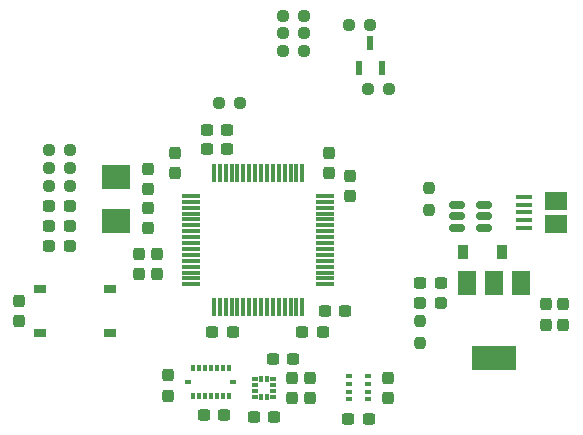
<source format=gbr>
%TF.GenerationSoftware,KiCad,Pcbnew,(6.0.9)*%
%TF.CreationDate,2022-11-01T00:51:48+09:00*%
%TF.ProjectId,STM32-FC,53544d33-322d-4464-932e-6b696361645f,rev?*%
%TF.SameCoordinates,Original*%
%TF.FileFunction,Paste,Top*%
%TF.FilePolarity,Positive*%
%FSLAX46Y46*%
G04 Gerber Fmt 4.6, Leading zero omitted, Abs format (unit mm)*
G04 Created by KiCad (PCBNEW (6.0.9)) date 2022-11-01 00:51:48*
%MOMM*%
%LPD*%
G01*
G04 APERTURE LIST*
G04 Aperture macros list*
%AMRoundRect*
0 Rectangle with rounded corners*
0 $1 Rounding radius*
0 $2 $3 $4 $5 $6 $7 $8 $9 X,Y pos of 4 corners*
0 Add a 4 corners polygon primitive as box body*
4,1,4,$2,$3,$4,$5,$6,$7,$8,$9,$2,$3,0*
0 Add four circle primitives for the rounded corners*
1,1,$1+$1,$2,$3*
1,1,$1+$1,$4,$5*
1,1,$1+$1,$6,$7*
1,1,$1+$1,$8,$9*
0 Add four rect primitives between the rounded corners*
20,1,$1+$1,$2,$3,$4,$5,0*
20,1,$1+$1,$4,$5,$6,$7,0*
20,1,$1+$1,$6,$7,$8,$9,0*
20,1,$1+$1,$8,$9,$2,$3,0*%
G04 Aperture macros list end*
%ADD10RoundRect,0.237500X0.237500X-0.300000X0.237500X0.300000X-0.237500X0.300000X-0.237500X-0.300000X0*%
%ADD11RoundRect,0.237500X0.300000X0.237500X-0.300000X0.237500X-0.300000X-0.237500X0.300000X-0.237500X0*%
%ADD12RoundRect,0.237500X-0.250000X-0.237500X0.250000X-0.237500X0.250000X0.237500X-0.250000X0.237500X0*%
%ADD13RoundRect,0.237500X-0.237500X0.300000X-0.237500X-0.300000X0.237500X-0.300000X0.237500X0.300000X0*%
%ADD14RoundRect,0.237500X-0.300000X-0.237500X0.300000X-0.237500X0.300000X0.237500X-0.300000X0.237500X0*%
%ADD15RoundRect,0.237500X0.250000X0.237500X-0.250000X0.237500X-0.250000X-0.237500X0.250000X-0.237500X0*%
%ADD16R,2.400000X2.000000*%
%ADD17RoundRect,0.237500X-0.237500X0.250000X-0.237500X-0.250000X0.237500X-0.250000X0.237500X0.250000X0*%
%ADD18R,0.500000X0.350000*%
%ADD19R,1.500000X2.000000*%
%ADD20R,3.800000X2.000000*%
%ADD21RoundRect,0.075000X-0.700000X-0.075000X0.700000X-0.075000X0.700000X0.075000X-0.700000X0.075000X0*%
%ADD22RoundRect,0.075000X-0.075000X-0.700000X0.075000X-0.700000X0.075000X0.700000X-0.075000X0.700000X0*%
%ADD23R,0.350000X0.590000*%
%ADD24R,0.590000X0.350000*%
%ADD25R,1.350000X0.400000*%
%ADD26R,1.900000X1.500000*%
%ADD27R,1.000000X0.750000*%
%ADD28RoundRect,0.237500X-0.287500X-0.237500X0.287500X-0.237500X0.287500X0.237500X-0.287500X0.237500X0*%
%ADD29R,0.600000X1.300000*%
%ADD30RoundRect,0.031500X-0.173500X-0.143500X0.173500X-0.143500X0.173500X0.143500X-0.173500X0.143500X0*%
%ADD31RoundRect,0.031500X0.143500X-0.173500X0.143500X0.173500X-0.143500X0.173500X-0.143500X-0.173500X0*%
%ADD32RoundRect,0.150000X0.512500X0.150000X-0.512500X0.150000X-0.512500X-0.150000X0.512500X-0.150000X0*%
%ADD33R,0.900000X1.200000*%
G04 APERTURE END LIST*
D10*
%TO.C,C16*%
X175850000Y-107162500D03*
X175850000Y-105437500D03*
%TD*%
%TO.C,C15*%
X174350000Y-107162500D03*
X174350000Y-105437500D03*
%TD*%
D11*
%TO.C,C14*%
X165462500Y-103650000D03*
X163737500Y-103650000D03*
%TD*%
D12*
%TO.C,R11*%
X132287500Y-95400000D03*
X134112500Y-95400000D03*
%TD*%
D13*
%TO.C,C5*%
X140650000Y-97287500D03*
X140650000Y-99012500D03*
%TD*%
D10*
%TO.C,C12*%
X139900000Y-102862500D03*
X139900000Y-101137500D03*
%TD*%
D13*
%TO.C,C20*%
X152900000Y-111637500D03*
X152900000Y-113362500D03*
%TD*%
D14*
%TO.C,C9*%
X153737500Y-107750000D03*
X155462500Y-107750000D03*
%TD*%
D10*
%TO.C,C3*%
X143000000Y-94362500D03*
X143000000Y-92637500D03*
%TD*%
D15*
%TO.C,R3*%
X153912500Y-81000000D03*
X152087500Y-81000000D03*
%TD*%
%TO.C,R7*%
X153912500Y-84000000D03*
X152087500Y-84000000D03*
%TD*%
D16*
%TO.C,Y1*%
X138000000Y-94650000D03*
X138000000Y-98350000D03*
%TD*%
D17*
%TO.C,R8*%
X163700000Y-106887500D03*
X163700000Y-108712500D03*
%TD*%
D18*
%TO.C,U6*%
X157700000Y-113475000D03*
X157700000Y-112825000D03*
X157700000Y-112175000D03*
X157700000Y-111525000D03*
X159300000Y-111525000D03*
X159300000Y-112175000D03*
X159300000Y-112825000D03*
X159300000Y-113475000D03*
%TD*%
D19*
%TO.C,U3*%
X172300000Y-103650000D03*
D20*
X170000000Y-109950000D03*
D19*
X170000000Y-103650000D03*
X167700000Y-103650000D03*
%TD*%
D21*
%TO.C,U1*%
X144325000Y-96250000D03*
X144325000Y-96750000D03*
X144325000Y-97250000D03*
X144325000Y-97750000D03*
X144325000Y-98250000D03*
X144325000Y-98750000D03*
X144325000Y-99250000D03*
X144325000Y-99750000D03*
X144325000Y-100250000D03*
X144325000Y-100750000D03*
X144325000Y-101250000D03*
X144325000Y-101750000D03*
X144325000Y-102250000D03*
X144325000Y-102750000D03*
X144325000Y-103250000D03*
X144325000Y-103750000D03*
D22*
X146250000Y-105675000D03*
X146750000Y-105675000D03*
X147250000Y-105675000D03*
X147750000Y-105675000D03*
X148250000Y-105675000D03*
X148750000Y-105675000D03*
X149250000Y-105675000D03*
X149750000Y-105675000D03*
X150250000Y-105675000D03*
X150750000Y-105675000D03*
X151250000Y-105675000D03*
X151750000Y-105675000D03*
X152250000Y-105675000D03*
X152750000Y-105675000D03*
X153250000Y-105675000D03*
X153750000Y-105675000D03*
D21*
X155675000Y-103750000D03*
X155675000Y-103250000D03*
X155675000Y-102750000D03*
X155675000Y-102250000D03*
X155675000Y-101750000D03*
X155675000Y-101250000D03*
X155675000Y-100750000D03*
X155675000Y-100250000D03*
X155675000Y-99750000D03*
X155675000Y-99250000D03*
X155675000Y-98750000D03*
X155675000Y-98250000D03*
X155675000Y-97750000D03*
X155675000Y-97250000D03*
X155675000Y-96750000D03*
X155675000Y-96250000D03*
D22*
X153750000Y-94325000D03*
X153250000Y-94325000D03*
X152750000Y-94325000D03*
X152250000Y-94325000D03*
X151750000Y-94325000D03*
X151250000Y-94325000D03*
X150750000Y-94325000D03*
X150250000Y-94325000D03*
X149750000Y-94325000D03*
X149250000Y-94325000D03*
X148750000Y-94325000D03*
X148250000Y-94325000D03*
X147750000Y-94325000D03*
X147250000Y-94325000D03*
X146750000Y-94325000D03*
X146250000Y-94325000D03*
%TD*%
D11*
%TO.C,C7*%
X157362500Y-106000000D03*
X155637500Y-106000000D03*
%TD*%
D13*
%TO.C,C23*%
X161000000Y-111637500D03*
X161000000Y-113362500D03*
%TD*%
%TO.C,C19*%
X154400000Y-111637500D03*
X154400000Y-113362500D03*
%TD*%
D10*
%TO.C,C8*%
X156000000Y-94362500D03*
X156000000Y-92637500D03*
%TD*%
D23*
%TO.C,U4*%
X147500000Y-113165000D03*
X147000000Y-113165000D03*
X146500000Y-113165000D03*
X146000000Y-113165000D03*
X145500000Y-113165000D03*
X145000000Y-113165000D03*
X144500000Y-113165000D03*
D24*
X144085000Y-112000000D03*
D23*
X144500000Y-110835000D03*
X145000000Y-110835000D03*
X145500000Y-110835000D03*
X146000000Y-110835000D03*
X146500000Y-110835000D03*
X147000000Y-110835000D03*
X147500000Y-110835000D03*
D24*
X147915000Y-112000000D03*
%TD*%
D10*
%TO.C,C10*%
X157750000Y-96262500D03*
X157750000Y-94537500D03*
%TD*%
D25*
%TO.C,J1*%
X172537500Y-98950000D03*
X172537500Y-98300000D03*
X172537500Y-97650000D03*
X172537500Y-97000000D03*
X172537500Y-96350000D03*
D26*
X175237500Y-96650000D03*
X175237500Y-98650000D03*
%TD*%
D10*
%TO.C,C2*%
X129800000Y-106862500D03*
X129800000Y-105137500D03*
%TD*%
D12*
%TO.C,R6*%
X157675000Y-81750000D03*
X159500000Y-81750000D03*
%TD*%
D10*
%TO.C,C13*%
X141400000Y-102862500D03*
X141400000Y-101137500D03*
%TD*%
D13*
%TO.C,C18*%
X142400000Y-111437500D03*
X142400000Y-113162500D03*
%TD*%
D27*
%TO.C,SW1*%
X137500000Y-104125000D03*
X131500000Y-104125000D03*
X137500000Y-107875000D03*
X131500000Y-107875000D03*
%TD*%
D12*
%TO.C,R10*%
X132287500Y-93900000D03*
X134112500Y-93900000D03*
%TD*%
D14*
%TO.C,C22*%
X149637500Y-115000000D03*
X151362500Y-115000000D03*
%TD*%
%TO.C,C21*%
X151237500Y-110100000D03*
X152962500Y-110100000D03*
%TD*%
D13*
%TO.C,C4*%
X140650000Y-93987500D03*
X140650000Y-95712500D03*
%TD*%
D11*
%TO.C,C6*%
X147862500Y-107750000D03*
X146137500Y-107750000D03*
%TD*%
%TO.C,C17*%
X147112500Y-114800000D03*
X145387500Y-114800000D03*
%TD*%
D28*
%TO.C,D3*%
X132325000Y-100500000D03*
X134075000Y-100500000D03*
%TD*%
D29*
%TO.C,Q1*%
X158550000Y-85400000D03*
X160450000Y-85400000D03*
X159500000Y-83300000D03*
%TD*%
D12*
%TO.C,R9*%
X132287500Y-92400000D03*
X134112500Y-92400000D03*
%TD*%
D15*
%TO.C,R1*%
X148500000Y-88400000D03*
X146675000Y-88400000D03*
%TD*%
D11*
%TO.C,C24*%
X159362500Y-115150000D03*
X157637500Y-115150000D03*
%TD*%
D30*
%TO.C,U5*%
X149740000Y-111750000D03*
X149740000Y-112250000D03*
X149740000Y-112750000D03*
X149740000Y-113250000D03*
D31*
X150250000Y-113260000D03*
X150750000Y-113260000D03*
D30*
X151260000Y-113250000D03*
X151260000Y-112750000D03*
X151260000Y-112250000D03*
X151260000Y-111750000D03*
D31*
X150750000Y-111740000D03*
X150250000Y-111740000D03*
%TD*%
D28*
%TO.C,D4*%
X132325000Y-98800000D03*
X134075000Y-98800000D03*
%TD*%
D15*
%TO.C,R4*%
X161112500Y-87200000D03*
X159287500Y-87200000D03*
%TD*%
D32*
%TO.C,U2*%
X169137500Y-98950000D03*
X169137500Y-98000000D03*
X169137500Y-97050000D03*
X166862500Y-97050000D03*
X166862500Y-98000000D03*
X166862500Y-98950000D03*
%TD*%
D28*
%TO.C,D5*%
X132325000Y-97100000D03*
X134075000Y-97100000D03*
%TD*%
D33*
%TO.C,D1*%
X167350000Y-101000000D03*
X170650000Y-101000000D03*
%TD*%
D17*
%TO.C,R2*%
X164500000Y-95587500D03*
X164500000Y-97412500D03*
%TD*%
D14*
%TO.C,C11*%
X145637500Y-92250000D03*
X147362500Y-92250000D03*
%TD*%
D15*
%TO.C,R5*%
X153912500Y-82500000D03*
X152087500Y-82500000D03*
%TD*%
D14*
%TO.C,C1*%
X145637500Y-90700000D03*
X147362500Y-90700000D03*
%TD*%
D28*
%TO.C,D2*%
X163725000Y-105300000D03*
X165475000Y-105300000D03*
%TD*%
M02*

</source>
